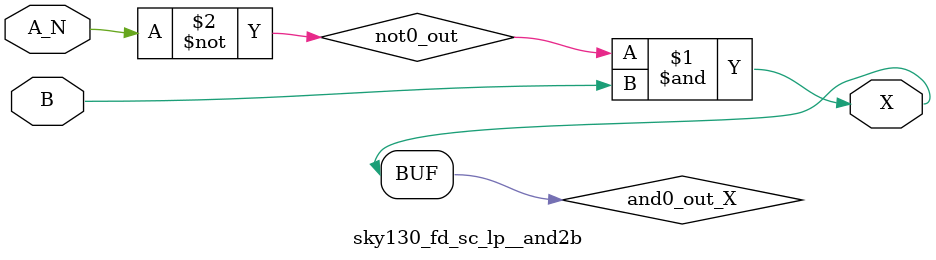
<source format=v>
/*
 * Copyright 2020 The SkyWater PDK Authors
 *
 * Licensed under the Apache License, Version 2.0 (the "License");
 * you may not use this file except in compliance with the License.
 * You may obtain a copy of the License at
 *
 *     https://www.apache.org/licenses/LICENSE-2.0
 *
 * Unless required by applicable law or agreed to in writing, software
 * distributed under the License is distributed on an "AS IS" BASIS,
 * WITHOUT WARRANTIES OR CONDITIONS OF ANY KIND, either express or implied.
 * See the License for the specific language governing permissions and
 * limitations under the License.
 *
 * SPDX-License-Identifier: Apache-2.0
*/


`ifndef SKY130_FD_SC_LP__AND2B_FUNCTIONAL_V
`define SKY130_FD_SC_LP__AND2B_FUNCTIONAL_V

/**
 * and2b: 2-input AND, first input inverted.
 *
 * Verilog simulation functional model.
 */

`timescale 1ns / 1ps
`default_nettype none

`celldefine
module sky130_fd_sc_lp__and2b (
    X  ,
    A_N,
    B
);

    // Module ports
    output X  ;
    input  A_N;
    input  B  ;

    // Local signals
    wire not0_out  ;
    wire and0_out_X;

    //  Name  Output      Other arguments
    not not0 (not0_out  , A_N            );
    and and0 (and0_out_X, not0_out, B    );
    buf buf0 (X         , and0_out_X     );

endmodule
`endcelldefine

`default_nettype wire
`endif  // SKY130_FD_SC_LP__AND2B_FUNCTIONAL_V

</source>
